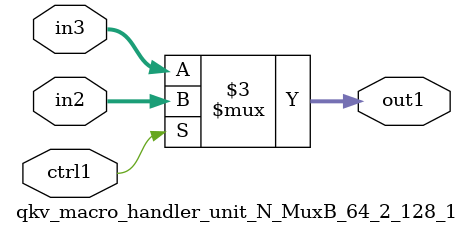
<source format=v>

`timescale 1ps / 1ps


module qkv_macro_handler_unit_N_MuxB_64_2_128_1( in3, in2, ctrl1, out1 );

    input [63:0] in3;
    input [63:0] in2;
    input ctrl1;
    output [63:0] out1;
    reg [63:0] out1;

    
    // rtl_process:qkv_macro_handler_unit_N_MuxB_64_2_128_1/qkv_macro_handler_unit_N_MuxB_64_2_128_1_thread_1
    always @*
      begin : qkv_macro_handler_unit_N_MuxB_64_2_128_1_thread_1
        case (ctrl1) 
          1'b1: 
            begin
              out1 = in2;
            end
          default: 
            begin
              out1 = in3;
            end
        endcase
      end

endmodule



</source>
